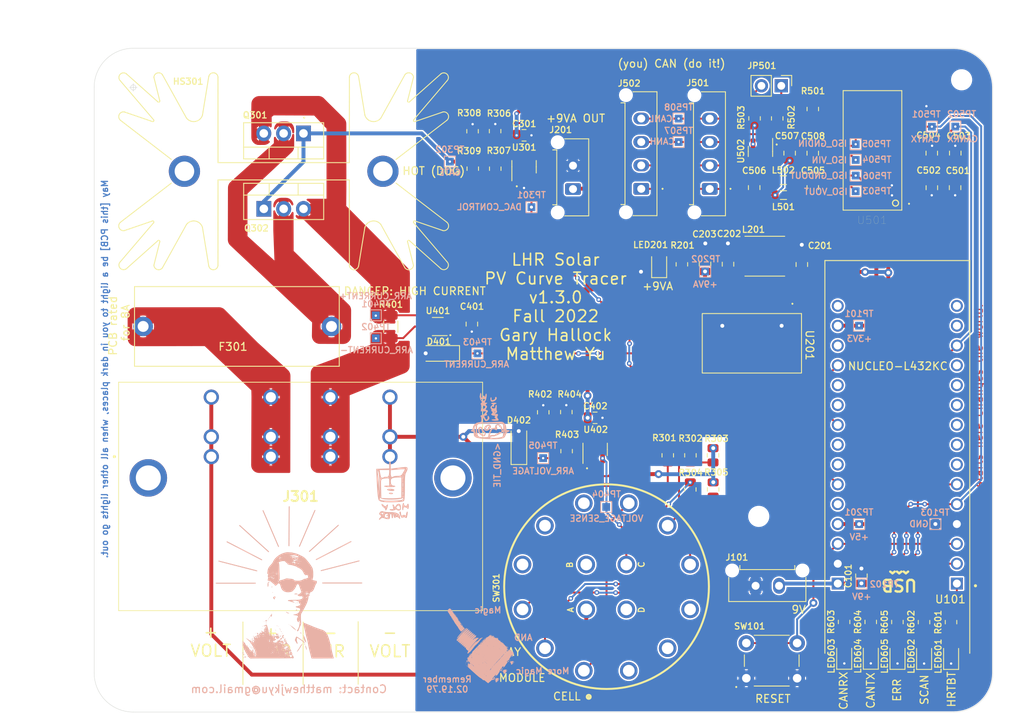
<source format=kicad_pcb>
(kicad_pcb (version 20211014) (generator pcbnew)
  (title_block (title "Curve Tracer") (date "2022-06-05") (rev "1.3.0") (company "Longhorn Racing Solar") (comment 1 "Matthew Yu") (comment 2 "Gary Hallock"))
  (layers (0 "F.Cu" signal) (31 "B.Cu" signal) (34 "B.Paste" user) (35 "F.Paste" user) (36 "B.SilkS" user "B.Silkscreen") (37 "F.SilkS" user "F.Silkscreen") (38 "B.Mask" user) (39 "F.Mask" user) (44 "Edge.Cuts" user))
  (net 0 "")
  (net 1 "GND")
  (net 2 "+3V3")
  (net 3 "+5V")
  (net 4 "Net-(C202-Pad1)")
  (net 5 "+9VA")
  (net 6 "Net-(C505-Pad1)")
  (net 7 "Net-(C505-Pad2)")
  (net 8 "Net-(C506-Pad1)")
  (net 9 "Net-(C506-Pad2)")
  (net 10 "/ARRAY_CURRENT")
  (net 11 "/ARRAY_VOLTAGE")
  (net 12 "Net-(F301-Pad1)")
  (net 13 "Net-(F301-Pad2)")
  (net 14 "Net-(J301-Pad1)")
  (net 15 "/pv_controller/CURRENT_SENSE-")
  (net 16 "Net-(J501-Pad3)")
  (net 17 "Net-(J501-Pad4)")
  (net 18 "Net-(JP501-Pad1)")
  (net 19 "Net-(JP501-Pad2)")
  (net 20 "Net-(LED201-Pad2)")
  (net 21 "Net-(LED601-Pad2)")
  (net 22 "Net-(LED602-Pad2)")
  (net 23 "Net-(LED603-Pad2)")
  (net 24 "Net-(LED604-Pad2)")
  (net 25 "Net-(LED605-Pad2)")
  (net 26 "/pv_controller/GATE")
  (net 27 "/pv_controller/CURRENT_SENSE+")
  (net 28 "Net-(R301-Pad1)")
  (net 29 "Net-(R301-Pad2)")
  (net 30 "Net-(R302-Pad2)")
  (net 31 "Net-(R304-Pad1)")
  (net 32 "Net-(R304-Pad2)")
  (net 33 "Net-(R306-Pad1)")
  (net 34 "Net-(R307-Pad1)")
  (net 35 "Net-(R402-Pad1)")
  (net 36 "Net-(R501-Pad1)")
  (net 37 "/HEARTBEAT")
  (net 38 "/SCANNING")
  (net 39 "/CAN_RX")
  (net 40 "/CAN_TX")
  (net 41 "/ERROR")
  (net 42 "+9V")
  (net 43 "/RESET")
  (net 44 "Net-(SW301-Pad1)")
  (net 45 "/pv_controller/VOLTAGE_SENSE")
  (net 46 "/DAC_CONTROL")
  (footprint "Resistor_SMD:R_0805_2012Metric" (layer "F.Cu") (at 107.821789 76.453354 90)
    (fp_text reference "R303")
    (fp_text value "220")
  )
  (footprint "Inductor_SMD:L_Taiyo-Yuden_NR-50xx" (layer "F.Cu") (at 114.449989 50.952654 180)
    (fp_text reference "L201")
    (fp_text value "6.8uH")
  )
  (footprint "Package_TO_SOT_THT:TO-220-3_Vertical" (layer "F.Cu") (at 55.414989 35.22888 180)
    (fp_text reference "Q301")
    (fp_text value "IPP041N12N3GXK")
  )
  (footprint "Resistor_SMD:R_0805_2012Metric" (layer "F.Cu") (at 113.137489 33.305154 -90)
    (fp_text reference "R503")
    (fp_text value "60.4")
  )
  (footprint "Resistor_SMD:R_0805_2012Metric" (layer "F.Cu") (at 116.037489 33.310154 90)
    (fp_text reference "R502")
    (fp_text value "60.4")
  )
  (footprint "MountingHole:MountingHole_2.2mm_M2" (layer "F.Cu") (at 113.674989 84.272654)
    (fp_text reference "H103" hide)
    (fp_text value "MountingHole")
  )
  (footprint "Inductor_SMD:L_0805_2012Metric" (layer "F.Cu") (at 116.834989 43.127654)
    (fp_text reference "L501")
    (fp_text value "1.8kOhm")
  )
  (footprint "Inductor_SMD:L_0805_2012Metric" (layer "F.Cu") (at 116.819989 41.217654)
    (fp_text reference "L502")
    (fp_text value "1.8kOhm")
  )
  (footprint "Resistor_SMD:R_0805_2012Metric" (layer "F.Cu") (at 120.592489 32.107654 90)
    (fp_text reference "R501")
    (fp_text value "0")
  )
  (footprint "LED_SMD:LED_0805_2012Metric" (layer "F.Cu") (at 138.289989 102.182654 90)
    (fp_text reference "LED601")
    (fp_text value "Heartbeat (Blue)")
  )
  (footprint "Connector_Molex:Molex_Micro-Fit_3.0_43650-0215_1x02_P3.00mm_Vertical" (layer "F.Cu") (at 113.269989 93.162654)
    (fp_text reference "J101")
    (fp_text value "9V Supply")
  )
  (footprint "Footprints:MODULE_NUCLEO-L432KC" (layer "F.Cu") (at 131.404989 76.657654 180)
    (fp_text reference "U101")
    (fp_text value "MCU_Nucleo_L432KC")
  )
  (footprint "Capacitor_SMD:C_0805_2012Metric" (layer "F.Cu") (at 135.817489 37.757654 90)
    (fp_text reference "C504")
    (fp_text value "10nF")
  )
  (footprint "Capacitor_SMD:C_0805_2012Metric" (layer "F.Cu") (at 138.797489 42.177654 -90)
    (fp_text reference "C501")
    (fp_text value "10uF")
  )
  (footprint "Connector_Molex:Molex_Micro-Fit_3.0_43650-0415_1x04_P3.00mm_Vertical" (layer "F.Cu") (at 98.637489 42.327654 90)
    (fp_text reference "J502")
    (fp_text value "CAN_Out")
  )
  (footprint "Resistor_SMD:R_0805_2012Metric" (layer "F.Cu") (at 79.934989 34.937654 90)
    (fp_text reference "R306")
    (fp_text value "1k")
  )
  (footprint "Connector_PinHeader_2.54mm:PinHeader_1x02_P2.54mm_Vertical" (layer "F.Cu") (at 116.557489 29.132654 -90)
    (fp_text reference "JP501")
    (fp_text value "Jumper")
  )
  (footprint "Capacitor_SMD:C_0805_2012Metric" (layer "F.Cu") (at 120.587489 37.762654 90)
    (fp_text reference "C508")
    (fp_text value "10nF")
  )
  (footprint "Package_TO_SOT_THT:TO-220-3_Vertical" (layer "F.Cu") (at 50.339989 44.88888)
    (fp_text reference "Q302")
    (fp_text value "IRF100P218XKMA1")
  )
  (footprint "Capacitor_SMD:C_0805_2012Metric" (layer "F.Cu") (at 135.827489 42.182654 90)
    (fp_text reference "C502")
    (fp_text value "100nF")
  )
  (footprint "Resistor_SMD:R_0805_2012Metric" (layer "F.Cu") (at 103.839989 51.995154 90)
    (fp_text reference "R201")
    (fp_text value "330")
  )
  (footprint "Diode_SMD:D_MiniMELF" (layer "F.Cu") (at 72.834989 63.402654 180)
    (fp_text reference "D401")
    (fp_text value "3.3V Zener")
  )
  (footprint "Capacitor_SMD:C_0805_2012Metric" (layer "F.Cu") (at 113.087489 42.167654 90)
    (fp_text reference "C506")
    (fp_text value "10uF")
  )
  (footprint "Resistor_SMD:R_0805_2012Metric" (layer "F.Cu") (at 89.052489 70.916244 90)
    (fp_text reference "R404")
    (fp_text value "1k")
  )
  (footprint "MountingHole:MountingHole_2.2mm_M2" (layer "F.Cu") (at 33.664989 40.337654)
    (fp_text reference "H101" hide)
    (fp_text value "MountingHole")
  )
  (footprint "Capacitor_SMD:C_0805_2012Metric" (layer "F.Cu") (at 106.799989 51.957654 90)
    (fp_text reference "C203")
    (fp_text value "2.2uF")
  )
  (footprint "Resistor_SMD:R_0805_2012Metric" (layer "F.Cu") (at 77.049989 34.952654 90)
    (fp_text reference "R308")
    (fp_text value "1k")
  )
  (footprint "Package_TO_SOT_SMD:SOT-23" (layer "F.Cu") (at 113.892489 37.542654 -90)
    (fp_text reference "U502")
    (fp_text value "CDSOT23-T24CAN")
  )
  (footprint "Footprints:1720819" (layer "F.Cu") (at 43.619989 76.62388)
    (fp_text reference "J301")
    (fp_text value "1720819" hide)
  )
  (footprint "Resistor_SMD:R_0805_2012Metric" (layer "F.Cu") (at 134.824989 97.812654 90)
    (fp_text reference "R602")
    (fp_text value "330")
  )
  (footprint "Resistor_SMD:R_0805_2012Metric" (layer "F.Cu") (at 131.419989 97.802654 90)
    (fp_text reference "R605")
    (fp_text value "330")
  )
  (footprint "Connector_Molex:Molex_Micro-Fit_3.0_43650-0415_1x04_P3.00mm_Vertical" (layer "F.Cu") (at 107.402489 42.337654 90)
    (fp_text reference "J501")
    (fp_text value "CAN_In")
  )
  (footprint "Heatsink:Heatsink_Fischer_SK129-STS_42x25mm_2xDrill2.5mm" (layer "F.Cu") (at 52.879989 40.07888)
    (fp_text reference "HS301")
    (fp_text value "Heatsink")
  )
  (footprint "Capacitor_SMD:C_0805_2012Metric" (layer "F.Cu") (at 120.587489 42.167654 90)
    (fp_text reference "C505")
    (fp_text value "220nF")
  )
  (footprint "Capacitor_SMD:C_0805_2012Metric" (layer "F.Cu") (at 117.627489 37.757654 -90)
    (fp_text reference "C507")
    (fp_text value "100nF")
  )
  (footprint "Footprints:ADM3055EBRIZ" (layer "F.Cu") (at 128.177489 37.452654 180)
    (fp_text reference "U501")
    (fp_text value "ADM3055E")
  )
  (footprint "LED_SMD:LED_0805_2012Metric" (layer "F.Cu") (at 124.609989 102.160154 90)
    (fp_text reference "LED603")
    (fp_text value "CAN_Rx (Blue)")
  )
  (footprint "Package_TO_SOT_SMD:SOT-23-6" (layer "F.Cu") (at 92.737489 75.696244 90)
    (fp_text reference "U402")
    (fp_text value "OPA990")
  )
  (footprint "Resistor_SMD:R_0805_2012Metric" (layer "F.Cu") (at 104.931789 76.453354 -90)
    (fp_text reference "R302")
    (fp_text value "1.5k")
  )
  (footprint "Capacitor_SMD:C_0805_2012Metric" (layer "F.Cu") (at 109.739989 51.977654 90)
    (fp_text reference "C202")
    (fp_text value "4.7uF")
  )
  (footprint "LED_SMD:LED_0805_2012Metric" (layer "F.Cu") (at 134.834989 102.182654 90)
    (fp_text reference "LED602")
    (fp_text value "Scanning (Blue)")
  )
  (footprint "Diode_SMD:D_MiniMELF" (layer "F.Cu") (at 82.982489 75.078744 90)
    (fp_text reference "D402")
    (fp_text value "3.3V Zener")
  )
  (footprint "Capacitor_SMD:C_0805_2012Metric" (layer "F.Cu") (at 138.822489 37.752654 -90)
    (fp_text reference "C503")
    (fp_text value "100nF")
  )
  (footprint "Resistor_SMD:R_0805_2012Metric" (layer "F.Cu") (at 86.094989 70.943744 90)
    (fp_text reference "R402")
    (fp_text value "1k")
  )
  (footprint "Capacitor_SMD:C_0805_2012Metric" (layer "F.Cu") (at 83.639989 35.475154 180)
    (fp_text reference "C301")
    (fp_text value "100nF")
  )
  (footprint "Package_TO_SOT_SMD:SOT-363_SC-70-6_Handsoldering" (layer "F.Cu") (at 72.599989 59.962654 180)
    (fp_text reference "U401")
    (fp_text value "INA210")
  )
  (footprint "Resistor_SMD:R_0805_2012Metric" (layer "F.Cu") (at 128.004989 97.790154 90)
    (fp_text reference "R604")
    (fp_text value "330")
  )
  (footprint "Resistor_SMD:R_0805_2012Metric" (layer "F.Cu") (at 102.031789 76.453354 90)
    (fp_text reference "R301")
    (fp_text value "6.8k")
  )
  (footprint "Package_TO_SOT_SMD:SOT-23-6" (layer "F.Cu") (at 83.639989 39.500154 90)
    (fp_text reference "U301")
    (fp_text value "OPA990")
  )
  (footprint "Resistor_SMD:R_0805_2012Metric" (layer "F.Cu") (at 77.079989 39.742654 90)
    (fp_text reference "R309")
    (fp_text value "1k")
  )
  (footprint "Footprints:05200101Z_Fuze_Holder_5x20_PCB_Mount" (layer "F.Cu") (at 59.994989 65.04888 180)
    (fp_text reference "F301")
    (fp_text value "Fuse")
  )
  (footprint "Resistor_SMD:R_1206_3216Metric" (layer "F.Cu") (at 66.584989 59.98388 90)
    (fp_text reference "R401")
    (fp_text value "2m")
  )
  (footprint "LED_SMD:LED_0805_2012Metric" (layer "F.Cu") (at 131.429989 102.172654 90)
    (fp_text reference "LED605")
    (fp_text value "Error (Amber)")
  )
  (footprint "Resistor_SMD:R_0805_2012Metric" (layer "F.Cu") (at 124.594989 97.790154 90)
    (fp_text reference "R603")
    (fp_text value "330")
  )
  (footprint "Capacitor_SMD:C_0805_2012Metric" (layer "F.Cu") (at 92.727489 71.648744 180)
    (fp_text reference "C402")
    (fp_text value "100nF")
  )
  (footprint "MountingHole:MountingHole_2.2mm_M2" (layer "F.Cu") (at 139.634989 28.362654)
    (fp_text reference "H102" hide)
    (fp_text value "MountingHole")
  )
  (footprint "LED_SMD:LED_0805_2012Metric" (layer "F.Cu") (at 100.929989 52.010154 90)
    (fp_text reference "LED201")
    (fp_text value "9V (Green)")
  )
  (footprint "Resistor_SMD:R_0805_2012Metric" (layer "F.Cu") (at 79.954989 39.747654 90)
    (fp_text reference "R307")
    (fp_text value "1k")
  )
  (footprint "Resistor_SMD:R_0805_2012Metric" (layer "F.Cu") (at 104.916789 80.825854 -90)
    (fp_text reference "R304")
    (fp_text value "100k")
  )
  (footprint "Resistor_SMD:R_0805_2012Metric" (layer "F.Cu") (at 89.084989 75.918744 90)
    (fp_text reference "R403")
    (fp_text value "1k")
  )
  (footprint "Connector_Molex:Molex_Micro-Fit_3.0_43650-0215_1x02_P3.00mm_Vertical" (layer "F.Cu") (at 89.905 42.355 90)
    (fp_text reference "J201")
    (fp_text value "9VA Supply")
  )
  (footprint "Capacitor_SMD:C_0805_2012Metric" (layer "F.Cu") (at 126.814989 91.897654 90)
    (fp_text reference "C101")
    (fp_text value "100nF")
  )
  (footprint "Capacitor_SMD:C_0805_2012Metric" (layer "F.Cu") (at 119.189989 52.017654 90)
    (fp_text reference "C201")
    (fp_text value "4.7uF")
  )
  (footprint "Footprints:A20303RNCG_rotary_sw_dp3t" (layer "F.Cu") (at 94.166789 93.310854 -90)
    (fp_text reference "SW301")
    (fp_text value "A20303RNCG")
  )
  (footprint "Resistor_SMD:R_0805_2012Metric" (layer "F.Cu") (at 138.279989 97.812654 90)
    (fp_text reference "R601")
    (fp_text value "330")
  )
  (footprint "Footprints:IES01_PDS1" (layer "F.Cu") (at 119.144989 58.297654 -90)
    (fp_text reference "U201")
    (fp_text value "IES01_PDS1")
  )
  (footprint "Resistor_SMD:R_0805_2012Metric" (layer "F.Cu") (at 107.836789 80.825854 90)
    (fp_text reference "R305")
    (fp_text value "1k")
  )
  (footprint "Button_Switch_THT:SW_PUSH_6mm" (layer "F.Cu") (at 118.584989 104.997654 180)
    (fp_text reference "SW101")
    (fp_text value "SW_Push")
  )
  (footprint "LED_SMD:LED_0805_2012Metric" (layer "F.Cu") (at 128.014989 102.160154 90)
    (fp_text reference "LED604")
    (fp_text value "CAN_Tx (Blue)")
  )
  (footprint "Capacitor_SMD:C_0805_2012Metric" (layer "F.Cu") (at 76.964989 59.647654 90)
    (fp_text reference "C401")
    (fp_text value "100nF")
  )
  (footprint "TestPoint:TestPoint_Pad_1.0x1.0mm" (layer "B.Cu") (at 74.144989 38.842654)
    (fp_text reference "TP302")
    (fp_text value "Gate Voltage")
  )
  (footprint "LOGO" (layer "B.Cu") (at 66.885297 81.034742 180)
    (fp_text reference "G***" hide)
    (fp_text value "LOGO" hide)
  )
  (footprint "TestPoint:TestPoint_Pad_1.0x1.0mm" (layer "B.Cu") (at 126.082489 36.617654 180)
    (fp_text reference "TP505")
    (fp_text value "CAN_ISO_GndIn")
  )
  (footprint "TestPoint:TestPoint_Pad_1.0x1.0mm" (layer "B.Cu") (at 138.827489 34.357654)
    (fp_text reference "TP502")
    (fp_text value "CAN_RX")
  )
  (footprint "TestPoint:TestPoint_Pad_1.0x1.0mm" (layer "B.Cu") (at 126.514989 59.847654)
    (fp_text reference "TP101")
    (fp_text value "3V3")
  )
  (footprint "TestPoint:TestPoint_Pad_1.0x1.0mm" (layer "B.Cu") (at 126.077489 42.632654 180)
    (fp_text reference "TP503")
    (fp_text value "CAN_ISO_Vout")
  )
  (footprint "TestPoint:TestPoint_Pad_1.0x1.0mm" (layer "B.Cu") (at 135.827489 34.367654)
    (fp_text reference "TP501")
    (fp_text value "CAN_TX")
  )
  (footprint "TestPoint:TestPoint_Pad_1.0x1.0mm" (layer "B.Cu") (at 126.082489 40.627654 180)
    (fp_text reference "TP506")
    (fp_text value "CAN_ISO_GndOut")
  )
  (footprint "UTSVT_Special:Hallock_Image_Tiny" (layer "B.Cu") (at 53.927068 95.489857 180)
    (fp_text reference "G***" hide)
    (fp_text value "LOGO" hide)
  )
  (footprint "TestPoint:TestPoint_Pad_1.0x1.0mm" (layer "B.Cu") (at 136.279989 85.252654)
    (fp_text reference "TP103")
    (fp_text value "GND")
  )
  (footprint "TestPoint:TestPoint_Pad_1.0x1.0mm" (layer "B.Cu") (at 106.819989 52.922654 180)
    (fp_text reference "TP202")
    (fp_text value "9VA")
  )
  (footprint "TestPoint:TestPoint_Pad_1.0x1.0mm" (layer "B.Cu") (at 64.669989 61.45388 180)
    (fp_text reference "TP402")
    (fp_text value "Pre Array Current -")
  )
  (footprint "TestPoint:TestPoint_Pad_1.0x1.0mm" (layer "B.Cu") (at 126.519989 85.262654)
    (fp_text reference "TP201")
    (fp_text value "5V")
  )
  (footprint "TestPoint:TestPoint_Pad_1.0x1.0mm" (layer "B.Cu") (at 126.082489 38.622654 180)
    (fp_text reference "TP504")
    (fp_text value "CAN_ISO_Vin")
  )
  (footprint "TestPoint:TestPoint_Pad_1.0x1.0mm" (layer "B.Cu") (at 103.427489 36.332654 180)
    (fp_text reference "TP507")
    (fp_text value "CAN_H")
  )
  (footprint "TestPoint:TestPoint_Pad_1.0x1.0mm" (layer "B.Cu") (at 86.082489 76.813744)
    (fp_text reference "TP405")
    (fp_text value "Array Voltage")
  )
  (footprint "TestPoint:TestPoint_Pad_1.0x1.0mm" (layer "B.Cu") (at 94.154989 83.067654)
    (fp_text reference "TP404")
    (fp_text value "Pre Array Voltage")
  )
  (footprint "TestPoint:TestPoint_Pad_1.0x1.0mm" (layer "B.Cu") (at 126.824989 92.872654)
    (fp_text reference "TP102")
    (fp_text value "9V")
  )
  (footprint "TestPoint:TestPoint_Pad_1.0x1.0mm" (layer "B.Cu") (at 64.674989 58.52888 180)
    (fp_text reference "TP401")
    (fp_text value "Pre Array Current +")
  )
  (footprint "TestPoint:TestPoint_Pad_1.0x1.0mm" (layer "B.Cu") (at 103.422489 33.332654 180)
    (fp_text reference "TP508")
    (fp_text value "CAN_L")
  )
  (footprint "TestPoint:TestPoint_Pad_1.0x1.0mm" (layer "B.Cu") (at 84.585 44.67)
    (fp_text reference "TP301")
    (fp_text value "Pre Gate Voltage")
  )
  (footprint "LOGO" (layer "B.Cu") (at 78.240821 100.840001 180)
    (fp_text reference "G***" hide)
    (fp_text value "LOGO" hide)
  )
  (footprint "LOGO" (layer "B.Cu") (at 79.33 71.565 90)
    (fp_text reference "G***" hide)
    (fp_text value "LOGO" hide)
  )
  (footprint "TestPoint:TestPoint_Pad_1.0x1.0mm" (layer "B.Cu") (at 77.674989 63.402654 180)
    (fp_text reference "TP403")
    (fp_text value "Array Current")
  )
  (gr_line (start 57.050001 89.8) (end 61.490001 87.5) (layer "B.SilkS") (width 0.12))
  (gr_line (start 45.630001 87.53) (end 50.070001 89.83) (layer "B.SilkS") (width 0.12))
  (gr_line (start 53.555001 88.04) (end 53.590001 83.03) (layer "B.SilkS") (width 0.12))
  (gr_line (start 50.240001 83.5375) (end 52.220001 88.1325) (layer "B.SilkS") (width 0.12))
  (gr_line (start 56.172501 88.7625) (end 59.877501 85.4075) (layer "B.SilkS") (width 0.12))
  (gr_line (start 57.865001 92.8) (end 62.880001 92.8) (layer "B.SilkS") (width 0.12))
  (gr_line (start 57.677501 91.2175) (end 62.532501 89.9725) (layer "B.SilkS") (width 0.12))
  (gr_line (start 44.240001 92.83) (end 49.255001 92.83) (layer "B.SilkS") (width 0.12))
  (gr_line (start 54.900001 88.1025) (end 56.880001 83.5075) (layer "B.SilkS") (width 0.12))
  (gr_line (start 44.587501 90.0025) (end 49.442501 91.2475) (layer "B.SilkS") (width 0.12))
  (gr_line (start 47.242501 85.4375) (end 50.947501 88.7925) (layer "B.SilkS") (width 0.12))
  (gr_line (start 47.664989 97.792654) (end 47.664989 105.802654) (layer "F.SilkS") (width 0.12))
  (gr_line (start 62.414989 97.762654) (end 62.414989 105.772654) (layer "F.SilkS") (width 0.12))
  (gr_line (start 55.369989 97.792654) (end 55.369989 105.802654) (layer "F.SilkS") (width 0.12))
  (gr_arc (start 138.629989 24.327654) (mid 142.165523 25.79212) (end 143.629989 29.327654) (layer "Edge.Cuts") (width 0.05))
  (gr_line (start 33.629989 109.327654) (end 138.629989 109.327654) (layer "Edge.Cuts") (width 0.05))
  (gr_arc (start 28.629989 29.327654) (mid 30.094455 25.79212) (end 33.629989 24.327654) (layer "Edge.Cuts") (width 0.05))
  (gr_line (start 33.629989 24.327654) (end 138.629989 24.327654) (layer "Edge.Cuts") (width 0.05))
  (gr_arc (start 33.629989 109.327654) (mid 30.094455 107.863188) (end 28.629989 104.327654) (layer "Edge.Cuts") (width 0.05))
  (gr_line (start 28.629989 29.327654) (end 28.629989 104.327654) (layer "Edge.Cuts") (width 0.05))
  (gr_line (start 143.629989 29.327654) (end 143.629989 104.327654) (layer "Edge.Cuts") (width 0.05))
  (gr_arc (start 143.629989 104.327654) (mid 142.165523 107.863188) (end 138.629989 109.327654) (layer "Edge.Cuts") (width 0.05))
  (gr_text "Made with :love: in Austin, TX." (at 141.884989 94.547654 90) (layer "F.Cu") (effects (font (size 0.8 0.8))))
  (gr_text "What starts here changes the world." (at 141.814989 70.957654 90) (layer "F.Cu") (effects (font (size 1 1))))
  (gr_text "May [this PCB] be a light to you in dark places, when all other lights go out." (at 29.979989 65.392654 -270) (layer "B.Cu") (effects (font (size 0.8 0.8)) (justify mirror)))
  (gr_text "More Magic" (at 86 104.065) (layer "B.SilkS") (effects (font (size 0.8 0.8)) (justify mirror)))
  (gr_text "ISO_VIN" (at 122.709989 38.647654) (layer "B.SilkS") (effects (font (size 0.8 0.8)) (justify mirror)))
  (gr_text "+9V" (at 126.854989 94.547654) (layer "B.SilkS") (effects (font (size 0.8 0.8)) (justify mirror)))
  (gr_text "DAC_CONTROL" (at 79.21 44.65) (layer "B.SilkS") (effects (font (size 0.8 0.8)) (justify mirror)))
  (gr_text "ISO_GNDIN" (at 121.839989 36.522654) (layer "B.SilkS") (effects (font (size 0.8 0.8)) (justify mirror)))
  (gr_text "CANTX" (at 134.999989 35.962654) (layer "B.SilkS") (effects (font (size 0.8 0.8)) (justify mirror)))
  (gr_text "GATE" (at 74.149989 40.222654) (layer "B.SilkS") (effects (font (size 0.8 0.8)) (justify mirror)))
  (gr_text "GND" (at 134.175 85.24) (layer "B.SilkS") (effects (font (size 0.8 0.8)) (justify mirror)))
  (gr_text "CANL" (at 101.139989 33.357654) (layer "B.SilkS") (effects (font (size 0.8 0.8)) (justify mirror)))
  (gr_text "ARR_CURRENT" (at 77.564989 64.792654) (layer "B.SilkS") (effects (font (size 0.8 0.8)) (justify mirror)))
  (gr_text "VOLTAGE_SENSE" (at 94.194989 84.537654) (layer "B.SilkS") (effects (font (size 0.8 0.8)) (justify mirror)))
  (gr_text "Contact: matthewjkyu@gmail.com" (at 53.544989 106.387654) (layer "B.SilkS") (effects (font (size 1 1)) (justify mirror)))
  (gr_text "ISO_GNDOUT" (at 121.359989 40.627654) (layer "B.SilkS") (effects (font (size 0.8 0.8)) (justify mirror)))
  (gr_text "+9VA" (at 106.834989 54.552654) (layer "B.SilkS") (effects (font (size 0.8 0.8)) (justify mirror)))
  (gr_text "CANH" (at 101.324989 36.262654) (layer "B.SilkS") (effects (font (size 0.8 0.8)) (justify mirror)))
  (gr_text "Magic" (at 79.005 96.275) (layer "B.SilkS") (effects (font (size 0.8 0.8)) (justify mirror)))
  (gr_text "CANRX" (at 139.78 35.94) (layer "B.SilkS") (effects (font (size 0.8 0.8)) (justify mirror)))
  (gr_text "<GND_TIE" (at 80.209989 77.722654 90) (layer "B.SilkS") (effects (font (size 0.8 0.8)) (justify mirror)))
  (gr_text "ARR_CURRENT+" (at 64.629989 56.052654) (layer "B.SilkS") (effects (font (size 0.8 0.8)) (justify mirror)))
  (gr_text "+3V3" (at 126.549989 61.512654) (layer "B.SilkS") (effects (font (size 0.8 0.8)) (justify mirror)))
  (gr_text "ISO_VOUT" (at 122.254989 42.687654) (layer "B.SilkS") (effects (font (size 0.8 0.8)) (justify mirror)))
  (gr_text "Remember\n02.19.79" (at 73.82 105.77) (layer "B.SilkS") (effects (font (size 0.8 0.8)) (justify mirror)))
  (gr_text "ARR_CURRENT-" (at 64.759989 62.967654) (layer "B.SilkS") (effects (font (size 0.8 0.8)) (justify mirror)))
  (gr_text "AND" (at 83.545 99.795) (layer "B.SilkS") (effects (font (size 0.8 0.8)) (justify mirror)))
  (gr_text "+5V" (at 126.534989 86.907654) (layer "B.SilkS") (effects (font (size 0.8 0.8)) (justify mirror)))
  (gr_text "ARR_VOLTAGE" (at 86.079989 78.462654) (layer "B.SilkS") (effects (font (size 0.8 0.8)) (justify mirror)))
  (gr_text "LHR Solar\nPV Curve Tracer\nv1.3.0\nFall 2022\nGary Hallock\nMatthew Yu" (at 87.679989 57.432654) (layer "F.SilkS") (effects (font (size 1.5 1.5) (thickness 0.2))))
  (gr_text "ARRAY" (at 80.969989 101.632654) (layer "F.SilkS") (effects (font (size 1 1))))
  (gr_text "NUCLEO-L432KC" (at 131.469989 65.032654) (layer "F.SilkS") (effects (font (size 1 1))))
  (gr_text "." (at 91.699989 77.712654) (layer "F.SilkS") (effects (font (size 1 1))))
  (gr_text "." (at 110.794989 105.707654) (layer "F.SilkS") (effects (font (size 1 1))))
  (gr_text "." (at 82.709989 41.592654) (layer "F.SilkS") (effects (font (size 1 1))))
  (gr_text "HOT (DOG)" (at 72.079989 40.037654) (layer "F.SilkS") (effects (font (size 1 1))))
  (gr_text "HRTBT" (at 138.339989 106.417654 90) (layer "F.SilkS") (effects (font (size 1 1))))
  (gr_text "-\nVOLT" (at 66.474989 100.327654) (layer "F.SilkS") (effects (font (size 1.5 1.5) (thickness 0.2))))
  (gr_text "." (at 74.614989 61.067654 270) (layer "F.SilkS") (effects (font (size 1 1))))
  (gr_text "+\nVOLT" (at 43.554989 100.267654) (layer "F.SilkS") (effects (font (size 1.5 1.5) (thickness 0.2))))
  (gr_text "+9VA" (at 100.749989 54.802654) (layer "F.SilkS") (effects (font (size 1 1))))
  (gr_text "." (at 91.914989 106.992654) (layer "F.SilkS") (effects (font (size 1 1))))
  (gr_text "PCB rated \nfor 8A" (at 31.839989 59.482654 90) (layer "F.SilkS") (effects (font (size 1 1))))
  (gr_text "CELL" (at 89.119989 107.322654) (layer "F.SilkS") (effects (font (size 1 1))))
  (gr_text "." (at 50.064989 46.717654) (layer "F.SilkS") (effects (font (size 1 1))))
  (gr_text "SCAN" (at 134.869989 106.472654 90) (layer "F.SilkS") (effects (font (size 1 1))))
  (gr_text "ERR" (at 131.369989 106.522654 90) (layer "F.SilkS") (effects (font (size 1 1))))
  (gr_text "RESET" (at 115.484989 107.627654) (layer "F.SilkS") (effects (font (size 1 1))))
  (gr_text "9V" (at 118.779989 96.207654) (layer "F.SilkS") (effects (font (size 1 1))))
  (gr_text "+9VA OUT" (at 90.245 33.305) (layer "F.SilkS") (effects (font (size 1 1))))
  (gr_text "." (at 115.969989 36.247654) (layer "F.SilkS") (effects (font (size 1 1))))
  (gr_text "." (at 132.904989 43.827654) (layer "F.SilkS") (effects (font (size 1 1))))
  (gr_text "MODULE" (at 83.399989 104.952654) (layer "F.SilkS") (effects (font (size 1 1))))
  (gr_text "." (at 55.499989 32.802654) (layer "F.SilkS") (effects (font (size 1 1))))
  (gr_text "CANTX" (at 127.999989 106.572654 90) (layer "F.SilkS") (effects (font (size 1 1))))
  (gr_text "." (at 110.054989 41.912654) (layer "F.SilkS") (effects (font (size 1 1))))
  (gr_text "." (at 117.979989 56.632654) (layer "F.SilkS") (effects (font (size 1 1))))
  (gr_text "CANRX" (at 124.529989 106.597654 90) (layer "F.SilkS") (effects (font (size 1 1))))
  (gr_text "DANGER: HIGH CURRENT" (at 69.659989 55.422654) (layer "F.SilkS") (effects (font (size 1 1))))
  (gr_text "." (at 101.364989 41.912654) (layer "F.SilkS") (effects (font (size 1 1))))
  (gr_text "(you) CAN (do it!)" (at 102.519989 26.292654) (layer "F.SilkS") (effects (font (size 1 1))))
  (gr_text "USB\n^^^" (at 131.644989 91.872654 180) (layer "F.SilkS") (effects (font (size 1.5 1.5) (thickness 0.3))))
  (gr_text "+     -\nCUR  CUR" (at 55.044989 100.347654) (layer "F.SilkS") (effects (font (size 1.5 1.5) (thickness 0.2))))
  (target plus (at 33.634989 29.342654) (size 1) (width 0.05) (layer "Edge.Cuts"))
  (segment (start 92.737489 74.558744) (end 92.737489 72.588744) (width 0.25) (layer "F.Cu") (net 1))
  (segment (start 106.799989 51.007654) (end 106.799989 49.352654) (width 0.5) (layer "F.Cu") (net 1))
  (segment (start 116.604989 57.027654) (end 116.604989 59.857654) (width 0.5) (layer "F.Cu") (net 1))
  (segment (start 66.479989 76.62388) (end 66.479989 69.00388) (width 0.5) (layer "F.Cu") (net 1))
  (segment (start 132.902489 41.897654) (end 130.722489 41.897654) (width 0.5) (layer "F.Cu") (net 1))
  (segment (start 126.199989 90.332654) (end 126.814989 90.947654) (width 0.5) (layer "F.Cu") (net 1))
  (segment (start 100.929989 52.947654) (end 98.609989 52.947654) (width 0.5) (layer "F.Cu") (net 1))
  (segment (start 139.024989 85.252654) (end 136.279989 85.252654) (width 0.5) (layer "F.Cu") (net 1))
  (segment (start 106.799989 49.352654) (end 106.834989 49.317654) (width 0.5) (layer "F.Cu") (net 1))
  (segment (start 109.739989 49.322654) (end 109.729989 49.312654) (width 0.5) (layer "F.Cu") (net 1))
  (segment (start 132.902489 43.167654) (end 135.792489 43.167654) (width 0.5) (layer "F.Cu") (net 1))
  (segment (start 83.639989 40.637654) (end 83.639989 42.212654) (width 0.25) (layer "F.Cu") (net 1))
  (segment (start 100.854989 78.857654) (end 99.599989 78.857654) (width 0.5) (layer "F.Cu") (net 1))
  (segment (start 135.122489 31.737654) (end 135.127489 31.742654) (width 0.5) (layer "F.Cu") (net 1))
  (segment (start 119.189989 49.502654) (end 119.179989 49.492654) (width 0.5) (layer "F.Cu") (net 1))
  (segment (start 108.984989 59.844989) (end 109.01 59.87) (width 0.5) (layer "F.Cu") (net 1))
  (segment (start 73.929989 59.962654) (end 76.303763 59.962654) (width 0.25) (layer "F.Cu") (net 1))
  (segment (start 132.902489 43.167654) (end 130.727489 43.167654) (width 0.5) (layer "F.Cu") (net 1))
  (segment (start 119.189989 51.067654) (end 119.189989 49.502654) (width 0.5) (layer "F.Cu") (net 1))
  (segment (start 82.029989 80.247654) (end 81.869989 80.087654) (width 0.5) (layer "F.Cu") (net 1))
  (segment (start 83.639989 36.425154) (end 84.589989 35.475154) (width 0.25) (layer "F.Cu") (net 1))
  (segment (start 83.639989 42.212654) (end 83.634989 42.217654) (width 0.25) (layer "F.Cu") (net 1))
  (segment (start 81.869989 80.087654) (end 75.866215 74.08388) (width 0.5) (layer "F.Cu") (net 1))
  (segment (start 76.303763 59.962654) (end 76.953763 60.612654) (width 0.25) (layer "F.Cu") (net 1))
  (segment (start 98.209989 80.247654) (end 82.029989 80.247654) (width 0.5) (layer "F.Cu") (net 1))
  (segment (start 132.902489 31.737654) (end 135.122489 31.737654) (width 0.5) (layer "F.Cu") (net 1))
  (segment (start 123.784989 90.332654) (end 126.199989 90.332654) (width 0.5) (layer "F.Cu") (net 1))
  (segment (start 130.722489 41.897654) (end 130.707489 41.882654) (width 0.5) (layer "F.Cu") (net 1))
  (segment (start 92.737489 72.588744) (end 93.677489 71.648744) (width 0.25) (layer "F.Cu") (net 1))
  (segment (start 108.984989 57.027654) (end 108.984989 59.844989) (width 0.5) (layer "F.Cu") (net 1))
  (segment (start 83.639989 38.362654) (end 83.639989 36.425154) (width 0.25) (layer "F.Cu") (net 1))
  (segment (start 130.727489 43.167654) (end 130.722489 43.162654) (width 0.5) (layer "F.Cu") (net 1))
  (segment (start 109.739989 51.027654) (end 109.739989 49.322654) (width 0.5) (layer "F.Cu") (net 1))
  (segment (start 75.866215 74.08388) (end 66.479989 74.08388) (width 0.5) (layer "F.Cu") (net 1))
  (segment (start 132.902489 41.897654) (end 132.902489 43.167654) (width 0.5) (layer "F.Cu") (net 1))
  (segment (start 116.604989 59.857654) (end 116.599989 59.862654) (width 0.5) (layer "F.Cu") (net 1))
  (segment (start 92.737489 76.833744) (end 92.737489 74.558744) (width 0.25) (layer "F.Cu") (net 1))
  (segment (start 83.639989 40.637654) (end 83.639989 38.362654) (width 0.25) (layer "F.Cu") (net 1))
  (segment (start 98.609989 52.947654) (end 98.604989 52.942654) (width 0.5) (layer "F.Cu") (net 1))
  (segment (start 73.929989 60.612654) (end 76.953763 60.612654) (width 0.25) (layer "F.Cu") (net 1))
  (segment (start 99.599989 78.857654) (end 98.209989 80.247654) (width 0.5) (layer "F.Cu") (net 1))
  (via (at 134.834989 103.120154) (size 0.6) (drill 0.3) (layers "F.Cu" "B.Cu") (net 1))
  (via (at 124.624989 103.102654) (size 0.6) (drill 0.3) (layers "F.Cu" "B.Cu") (net 1))
  (via (at 109.729989 49.312654) (size 1) (drill 0.5) (layers "F.Cu" "B.Cu") (net 1))
  (via (at 83.634989 42.217654) (size 0.6) (drill 0.3) (layers "F.Cu" "B.Cu") (net 1))
  (via (at 116.599989 59.862654) (size 1) (drill 0.5) (layers "F.Cu" "B.Cu") (net 1))
  (via (at 77.059989 34.045154) (size 0.6) (drill 0.3) (layers "F.Cu" "B.Cu") (net 1))
  (via (at 138.822489 36.812654) (size 0.6) (drill 0.3) (layers "F.Cu" "B.Cu") (net 1))
  (via (at 126.814989 90.947654) (size 1) (drill 0.5) (layers "F.Cu" "B.Cu") (net 1))
  (via (at 75.866215 74.08388) (size 1) (drill 0.5) (layers "F.Cu" "B.Cu") (net 1))
  (via (at 136.279989 85.252654) (size 1) (drill 0.5) (layers "F.Cu" "B.Cu") (net 1))
  (via (at 107.859989 79.897654) (size 1) (drill 0.5) (layers "F.Cu" "B.Cu") (net 1))
  (via (at 86.097489 70.038744) (size 0.6) (drill 0.3) (layers "F.Cu" "B.Cu") (net 1))
  (via (at 71.049989 63.38888) (size 1) (drill 0.5) (layers "F.Cu" "B.Cu") (net 1))
  (via (at 82.962489 73.348744) (size 1) (drill 0.5) (layers "F.Cu" "B.Cu") (net 1))
  (via (at 79.959989 34.030154) (size 0.6) (drill 0.3) (layers "F.Cu" "B.Cu") (net 1))
  (via (at 100.854989 78.857654) (size 1) (drill 0.5) (layers "F.Cu" "B.Cu") (net 1))
  (via (at 138.289989 103.120154) (size 0.6) (drill 0.3) (layers "F.Cu" "B.Cu") (net 1))
  (via (at 119.179989 49.492654) (size 1) (drill 0.5) (layers "F.Cu" "B.Cu") (net 1))
  (via (at 84.589989 35.475154) (size 0.6) (drill 0.3) (layers "F.Cu" "B.Cu") (net 1))
  (via (at 135.127489 31.742654) (size 0.6) (drill 0.3) (layers "F.Cu" "B.Cu") (net 1))
  (via (at 93.677489 71.648744) (size 0.6) (drill 0.3) (layers "F.Cu" "B.Cu") (net 1))
  (via (at 128.014989 103.097654) (size 0.6) (drill 0.3) (layers "F.Cu" "B.Cu") (net 1))
  (via (at 130.722489 43.162654) (size 0.6) (drill 0.3) (layers "F.Cu" "B.Cu") (net 1))
  (via (at 130.707489 41.882654) (size 0.6) (drill 0.3) (layers "F.Cu" "B.Cu") (net 1))
  (via (at 138.807489 43.152654) (size 0.6) (drill 0.3) (layers "F.Cu" "B.Cu") (net 1))
  (via (at 131.429989 103.110154) (size 0.6) (drill 0.3) (layers "F.Cu" "B.Cu") (net 1))
  (via (at 98.604989 52.942654) (size 1) (drill 0.5) (layers "F.Cu" "B.Cu") (net 1))
  (via (at 76.953763 60.612654) (size 0.6) (drill 0.3) (layers "F.Cu" "B.Cu") (net 1))
  (via (at 89.047489 70.028744) (size 0.6) (drill 0.3) (layers "F.Cu" "B.Cu") (net 1))
  (via (at 135.852489 36.812654) (size 0.6) (drill 0.3) (layers "F.Cu" "B.Cu") (net 1))
  (via (at 135.812489 43.152654) (size 0.6) (drill 0.3) (layers "F.Cu" "B.Cu") (net 1))
  (via (at 109.01 59.87) (size 1) (drill 0.5) (layers "F.Cu" "B.Cu") (net 1))
  (via (at 106.834989 49.317654) (size 1) (drill 0.5) (layers "F.Cu" "B.Cu") (net 1))
  (via (at 107.849989 75.532654) (size 1) (drill 0.5) (layers "F.Cu" "B.Cu") (net 1))
  (segment (start 76.601351 73.348744) (end 75.866215 74.08388) (width 0.5) (layer "B.Cu") (net 1))
  (segment (start 82.962489 73.348744) (end 76.601351 73.348744) (width 0.5) (layer "B.Cu") (net 1))
  (segment (start 107.849989 79.887654) (end 107.859989 79.897654) (width 0.5) (layer "B.Cu") (net 1))
  (segment (start 128.022489 103.090154) (end 128.014989 103.097654) (width 0.25) (layer "B.Cu") (net 1))
  (segment (start 107.849989 75.532654) (end 107.849989 78.872654) (width 0.5) (layer "B.Cu") (net 1))
  (segment (start 107.849989 78.872654) (end 107.849989 79.887654) (width 0.5) (layer "B.Cu") (net 1))
  (segment (start 107.849989 78.872654) (end 100.869989 78.872654) (width 0.5) (layer "B.Cu") (net 1))
  (segment (start 100.869989 78.872654) (end 100.854989 78.857654) (width 0.5) (layer "B.Cu") (net 1))
  (segment (start 132.902489 39.357654) (end 135.167489 39.357654) (width 0.5) (layer "F.Cu") (net 2))
  (segment (start 128.722489 40.975154) (end 130.339989 39.357654) (width 0.5) (layer "F.Cu") (net 2))
  (segment (start 126.509989 59.852654) (end 126.514989 59.847654) (width 0.5) (layer "F.Cu") (net 2))
  (segment (start 135.167489 39.357654) (end 135.822489 38.702654) (width 0.5) (layer "F.Cu") (net 2))
  (segment (start 128.722489 59.847654) (end 128.722489 40.975154) (width 0.5) (layer "F.Cu") (net 2))
  (segment (start 123.784989 59.852654) (end 126.509989 59.852654) (width 0.5) (layer "F.Cu") (net 2))
  (segment (start 130.339989 39.357654) (end 132.902489 39.357654) (width 0.5) (layer "F.Cu") (net 2))
  (segment (start 135.822489 38.702654) (end 138.822489 38.702654) (width 0.5) (layer "F.Cu") (net 2))
  (segment (start 126.514989 59.847654) (end 128.722489 59.847654) (width 0.5) (layer "F.Cu") (net 2))
  (via (at 126.514989 59.847654) (size 0.6) (drill 0.3) (layers "F.Cu" "B.Cu") (net 2))
  (segment (start 129.284989 85.262654) (end 126.519989 85.262654) (width 0.5) (layer "F.Cu") (net 3))
  (segment (start 130.254989 45.637654) (end 129.699989 45.082654) (width 0.5) (layer "F.Cu") (net 3))
  (segment (start 119.189989 52.967654) (end 127.274989 52.967654) (width 0.5) (layer "F.Cu") (net 3))
  (segment (start 129.699989 45.082654) (end 129.699989 41.522654) (width 0.5) (layer "F.Cu") (net 3))
  (segment (start 135.222489 40.627654) (end 135.827489 41.232654) (width 0.5) (layer "F.Cu") (net 3))
  (segment (start 132.902489 40.627654) (end 135.222489 40.627654) (width 0.5) (layer "F.Cu") (net 3))
  (segment (start 130.594989 40.627654) (end 132.902489 40.627654) (width 0.5) (layer "F.Cu") (net 3))
  (segment (start 123.784989 85.252654) (end 126.509989 85.252654) (width 0.5) (layer "F.Cu") (net 3))
  (segment (start 119.189989 52.967654) (end 118.264989 52.967654) (width 0.5) (layer "F.Cu") (net 3))
  (segment (start 130.254989 53.062654) (end 130.254989 84.292654) (width 0.5) (layer "F.Cu") (net 3))
  (segment (start 126.509989 85.252654) (end 126.519989 85.262654) (width 0.5) (layer "F.Cu") (net 3))
  (segment (start 135.827489 41.232654) (end 138.792489 41.232654) (width 0.5) (layer "F.Cu") (net 3))
  (segment (start 127.274989 52.967654) (end 127.279989 52.972654) (width 0.5) (layer "F.Cu") (net 3))
  (segment (start 130.254989 84.292654) (end 129.284989 85.262654) (width 0.5) (layer "F.Cu") (net 3))
  (segment (start 118.264989 52.967654) (end 116.249989 50.952654) (width 0.5) (layer "F.Cu") (net 3))
  (segment (start 129.699989 41.522654) (end 130.594989 40.627654) (width 0.5) (layer "F.Cu") (net 3))
  (segment (start 130.254989 53.062654) (end 130.254989 45.637654) (width 0.5) (layer "F.Cu") (net 3))
  (via (at 127.279989 52.972654) (size 1) (drill 0.5) (layers "F.Cu" "B.Cu") (net 3))
  (via (at 126.519989 85.262654) (size 1) (drill 0.5) (layers "F.Cu" "B.Cu") (net 3))
  (via (at 130.254989 53.062654) (size 1) (drill 0.5) (layers "F.Cu" "B.Cu") (net 3))
  (segment (start 127.279989 52.972654) (end 130.164989 52.972654) (width 0.5) (layer "B.Cu") (net 3))
  (segment (start 130.164989 52.972654) (end 130.254989 53.062654) (width 0.5) (layer "B.Cu") (net 3))
  (segment (start 112.649989 55.612654) (end 114.064989 57.027654) (width 0.5) (layer "F.Cu") (net 4))
  (segment (start 112.649989 50.952654) (end 112.649989 55.612654) (width 0.5) (layer "F.Cu") (net 4))
  (segment (start 110.674989 52.927654) (end 112.649989 50.952654) (width 0.5) (layer "F.Cu") (net 4))
  (segment (start 109.739989 52.927654) (end 110.674989 52.927654) (width 0.5) (layer "F.Cu") (net 4))
  (segment (start 106.799989 52.907654) (end 103.839989 52.907654) (width 0.5) (layer "F.Cu") (net 5))
  (segment (start 82.689989 38.362654) (end 82.689989 35.475154) (width 0.25) (layer "F.Cu") (net 5))
  (segment (start 80.464989 55.197654) (end 76.964989 58.697654) (width 0.5) (layer "F.Cu") (net 5))
  (segment (start 73.929989 59.312654) (end 76.349989 59.312654) (width 0.25) (layer "F.Cu") (net 5))
  (segment (start 91.769989 55.397654) (end 91.569989 55.197654) (width 0.5) (layer "F.Cu") (net 5))
  (segment (start 88.59 32.15) (end 83.24 32.15) (width 0.5) (layer "F.Cu") (net 5))
  (segment (start 91.769989 68.817654) (end 91.769989 35.329989) (width 0.5) (layer "F.Cu") (net 5))
  (segment (start 76.349989 59.312654) (end 76.964989 58.697654) (width 0.25) (layer "F.Cu") (net 5))
  (segment (start 91.769989 42.309989) (end 89.950011 42.309989) (width 0.5) (layer "F.Cu") (net 5))
  (segment (start 83.24 32.15) (end 82.69 32.7) (width 0.5) (layer "F.Cu") (net 5))
  (segment (start 91.787489 74.558744) (end 91.787489 71.658744) (width 0.25) (layer "F.Cu") (net 5))
  (segment (start 106.799989 65.002654) (end 108.984989 67.187654) (width 0.5) (layer "F.Cu") (net 5))
  (segment (start 101.924989 55.197654) (end 91.569989 55.197654) (width 0.5) (layer "F.Cu") (net 5))
  (segment (start 91.569989 55.197654) (end 80.464989 55.197654) (width 0.5) (layer "F.Cu") (net 5))
  (segment (start 103.839989 52.907654) (end 103.839989 53.282654) (width 0.5) (layer "F.Cu") (net 5))
  (segment (start 106.799989 52.907654) (end 106.799989 65.002654) (width 0.5) (layer "F.Cu") (net 5))
  (segment (start 91.769989 35.329989) (end 88.59 32.15) (width 0.5) (layer "F.Cu") (net 5))
  (segment (start 103.839989 53.282654) (end 101.924989 55.197654) (width 0.5) (layer "F.Cu") (net 5))
  (via (at 82.689989 35.475154) (size 0.6) (drill 0.3) (layers "F.Cu" "B.Cu") (net 5))
  (via (at 106.799989 52.907654) (size 1) (drill 0.5) (layers "F.Cu" "B.Cu") (net 5))
  (via (at 82.69 32.7) (size 0.6) (drill 0.3) (layers "F.Cu" "B.Cu") (net 5))
  (via (at 91.769989 68.817654) (size 1) (drill 0.5) (layers "F.Cu" "B.Cu") (net 5))
  (via (at 91.777489 71.648744) (size 1) (drill 0.5) (layers "F.Cu" "B.Cu") (net 5))
  (segment (start 91.777489 71.648744) (end 91.777489 68.825154) (width 0.5) (layer "B.Cu") (net 5))
  (segment (start 82.69 32.7) (end 82.69 35.475143) (width 0.5) (layer "B.Cu") (net 5))
  (segment (start 82.69 35.475143) (end 82.689989 35.475154) (width 0.5) (layer "B.Cu") (net 5))
  (segment (start 91.777489 68.825154) (end 91.769989 68.817654) (width 0.25) (layer "B.Cu") (net 5))
  (segment (start 123.452489 41.897654) (end 125.342489 41.897654) (width 0.25) (layer "F.Cu") (net 6))
  (segment (start 121.807489 41.897654) (end 120.587489 43.117654) (width 0.25) (layer "F.Cu") (net 6))
  (segment (start 125.342489 41.897654) (end 126.077489 42.632654) (width 0.25) (layer "F.Cu") (net 6))
  (segment (start 123.452489 41.897654) (end 121.807489 41.897654) (width 0.25) (layer "F.Cu") (net 6))
  (segment (start 120.587489 43.117654) (end 117.907489 43.117654) (width 0.25) (layer "F.Cu") (net 6))
  (via (at 126.077489 42.632654) (size 0.6) (drill 0.3) (layers "F.Cu" "B.Cu") (net 6))
  (segment (start 124.257489 43.972654) (end 123.452489 43.167654) (width 0.25) (layer "F.Cu") (net 7))
  (segment (start 126.862489 43.972654) (end 124.257489 43.972654) (width 0.25) (layer "F.Cu") (net 7))
  (segment (start 126.082489 40.627654) (end 126.262489 40.627654) (width 0.25) (layer "F.Cu") (net 7))
  (segment (start 127.397489 41.762654) (end 127.397489 43.437654) (width 0.25) (layer "F.Cu") (net 7))
  (segment (start 123.452489 40.627654) (end 126.082489 40.627654) (width 0.25) (layer "F.Cu") (net 7))
  (segment (start 123.452489 40.627654) (end 121.177489 40.627654) (width 0.25) (layer "F.Cu") (net 7))
  (segment (start 121.177489 40.627654) (end 120.587489 41.217654) (width 0.25) (layer "F.Cu") (net 7))
  (segment (start 120.587489 41.217654) (end 118.077009 41.217654) (width 0.25) (layer "F.Cu") (net 7))
  (segment (start 127.397489 43.437654) (end 126.862489 43.972654) (width 0.25) (layer "F.Cu") (net 7))
  (segment (start 126.262489 40.627654) (end 127.397489 41.762654) (width 0.25) (layer "F.Cu") (net 7))
  (via (at 126.082489 40.627654) (size 0.6) (drill 0.3) (layers "F.Cu" "B.Cu") (net 7))
  (segment (start 98.637489 42.327654) (end 107.392489 42.327654) (width 0.25) (layer "F.Cu") (net 8))
  (segment (start 115.772489 43.127654) (end 113.097489 43.127654) (width 0.25) (layer "F.Cu") (net 8))
  (segment (start 125.547489 38.087654) (end 126.082489 38.622654) (width 0.25) (layer "F.Cu") (net 8))
  (segment (start 112.307489 42.337654) (end 113.087489 43.117654) (width 0.25) (layer "F.Cu") (net 8))
  (segment (start 107.402489 42.337654) (end 112.307489 42.337654) (width 0.25) (layer "F.Cu") (net 8))
  (segment (start 120.587489 38.712654) (end 117.632489 38.712654) (width 0.25) (layer "F.Cu") (net 8))
  (segment (start 123.452489 38.087654) (end 121.212489 38.087654) (width 0.25) (layer "F.Cu") (net 8))
  (segment (start 121.212489 38.087654) (end 120.587489 38.712654) (width 0.25) (layer "F.Cu") (net 8))
  (segment (start 123.452489 38.087654) (end 125.547489 38.087654) (width 0.25) (layer "F.Cu") (net 8))
  (via (at 117.632489 38.712654) (size 0.6) (drill 0.3) (layers "F.Cu" "B.Cu") (net 8))
  (via (at 126.082489 38.622654) (size 0.6) (drill 0.3) (layers "F.Cu" "B.Cu") (net 8))
  (via (at 115.772489 43.127654) (size 0.6) (drill 0.3) (layers "F.Cu" "B.Cu") (net 8))
  (segment (start 116.797489 42.102654) (end 116.797489 39.547654) (width 0.25) (layer "B.Cu") (net 8))
  (segment (start 116.797489 39.547654) (end 117.632489 38.712654) (width 0.25) (layer "B.Cu") (net 8))
  (segment (start 115.772489 43.127654) (end 116.797489 42.102654) (width 0.25) (layer "B.Cu") (net 8))
  (segment (start 123.452489 36.817654) (end 125.882489 36.817654) (width 0.25) (layer "F.Cu") (net 9))
  (segment (start 123.452489 36.817654) (end 120.642489 36.817654) (width 0.25) (layer "F.Cu") (net 9))
  (segment (start 120.642489 36.817654) (end 117.637489 36.817654) (width 0.25) (layer "F.Cu") (net 9))
  (segment (start 124.027489 31.737654) (end 126.082489 33.792654) (width 0.25) (layer "F.Cu") (net 9))
  (segment (start 98.637489 39.327654) (end 107.392489 39.327654) (width 0.25) (layer "F.Cu") (net 9))
  (segment (start 113.087489 41.217654) (end 115.757489 41.217654) (width 0.25) (layer "F.Cu") (net 9))
  (segment (start 117.617489 36.817654) (end 116.572489 36.817654) (width 0.25) (layer "F.Cu") (net 9))
  (segment (start 116.572489 36.817654) (end 114.909989 38.480154) (width 0.25) (layer "F.Cu") (net 9))
  (segment (start 113.034989 41.165154) (end 113.034989 39.337654) (width 0.25) (layer "F.Cu") (net 9))
  (segment (start 126.082489 33.792654) (end 126.082489 36.617654) (width 0.25) (layer "F.Cu") (net 9))
  (segment (start 125.882489 36.817654) (end 126.082489 36.617654) (width 0.25) (layer "F.Cu") (net 9))
  (segment (start 123.452489 31.737654) (end 121.134989 31.737654) (width 0.25) (layer "F.Cu") (net 9))
  (segment (start 107.402489 39.337654) (end 113.034989 39.337654) (width 0.25) (layer "F.Cu") (net 9))
  (segment (start 113.034989 39.337654) (end 113.892489 38.480154) (width 0.25) (layer "F.Cu") (net 9))
  (segment (start 121.134989 31.737654) (end 120.592489 31.195154) (width 0.25) (layer "F.Cu") (net 9))
  (segment (start 114.909989 38.480154) (end 113.892489 38.480154) (width 0.25) (layer "F.Cu") (net 9))
  (via (at 126.082489 36.617654) (size 0.6) (drill 0.3) (layers "F.Cu" "B.Cu") (net 9))
  (segment (start 74.584989 63.402654) (end 77.674989 63.402654) (width 0.25) (layer "F.Cu") (net 10))
  (segment (start 97.749989 63.392654) (end 97.754989 63.387654) (width 0.25) (layer "F.Cu") (net 10))
  (segment (start 77.674989 63.402654) (end 90.604989 63.402654) (width 0.25) (layer "F.Cu") (net 10))
  (segment (start 103.839989 69.472654) (end 97.754989 63.387654) (width 0.25) (layer "F.Cu") (net 10))
  (segment (start 119.244989 69.472654) (end 103.839989 69.472654) (width 0.25) (layer "F.Cu") (net 10))
  (segment (start 71.794989 60.612654) (end 74.584989 63.402654) (width 0.25) (layer "F.Cu") (net 10))
  (segment (start 123.784989 64.932654) (end 119.244989 69.472654) (width 0.25) (layer "F.Cu") (net 10))
  (segment (start 90.604989 63.402654) (end 90.609989 63.407654) (width 0.25) (layer "F.Cu") (net 10))
  (segment (start 93.029989 63.392654) (end 97.749989 63.392654) (width 0.25) (layer "F.Cu") (net 10))
  (via (at 90.609989 63.407654) (size 0.6) (drill 0.3) (layers "F.Cu" "B.Cu") (net 10))
  (via (at 77.674989 63.402654) (size 0.6) (drill 0.3) (layers "F.Cu" "B.Cu") (net 10))
  (via (at 93.029989 63.392654) (size 0.6) (drill 0.3) (layers "F.Cu" "B.Cu") (net 10))
  (segment (start 90.609989 63.407654) (end 93.014989 63.407654) (width 0.25) (layer "B.Cu") (net 10))
  (segment (start 93.014989 63.407654) (end 93.029989 63.392654) (width 0.25) (layer "B.Cu") (net 10))
  (segment (start 91.787489 76.833744) (end 89.044989 76.833744) (width 0.25) (layer "F.Cu") (net 11))
  (segment (start 116.684989 73.072654) (end 123.784989 80.172654) (width 0.25) (layer "F.Cu") (net 11))
  (segment (start 94.424989 79.122654) (end 100.474989 73.072654) (width 0.25) (layer "F.Cu") (net 11))
  (segment (start 82.982489 76.828744) (end 82.982489 78.550154) (width 0.25) (layer "F.Cu") (net 11))
  (segment (start 83.554989 79.122654) (end 94.424989 79.122654) (width 0.25) (layer "F.Cu") (net 11))
  (segment (start 89.067489 76.813744) (end 86.082489 76.813744) (width 0.25) (layer "F.Cu") (net 11))
  (segment (start 82.982489 78.550154) (end 83.554989 79.122654) (width 0.25) (layer "F.Cu") (net 11))
  (segment (start 86.082489 76.813744) (end 82.997489 76.813744) (width 0.25) (layer "F.Cu") (net 11))
  (segment (start 100.474989 73.072654) (end 116.684989 73.072654) (width 0.25) (layer "F.Cu") (net 11))
  (via (at 86.082489 76.813744) (size 0.6) (drill 0.3) (layers "F.Cu" "B.Cu") (net 11))
  (segment (start 86.751789 104.538354) (end 48.810689 104.538354) (width 0.5) (layer "F.Cu") (net 14))
  (segment (start 48.810689 104.538354) (end 43.619989 99.347654) (width 0.5) (layer "F.Cu") (net 14))
  (segment (start 91.603789 96.183744) (end 91.603789 99.686354) (width 0.5) (layer "F.Cu") (net 14))
  (segment (start 43.619989 69.00388) (end 43.619989 76.62388) (width 0.5) (layer "F.Cu") (net 14))
  (segment (start 91.603789 99.686354) (end 86.751789 104.538354) (width 0.5) (layer "F.Cu") (net 14))
  (segment (start 43.619989 99.347654) (end 43.619989 76.62388) (width 0.5) (layer "F.Cu") (net 14))
  (segment (start 69.654989 59.962654) (end 71.269989 59.962654) (width 0.25) (layer "F.Cu") (net 15))
  (segment (start 66.584989 61.44638) (end 68.171263 61.44638) (width 0.25) (layer "F.Cu") (net 15))
  (segment (start 68.171263 61.44638) (end 69.654989 59.962654) (width 0.25) (layer "F.Cu") (net 15))
  (via (at 64.679989 61.47888) (size 0.6) (drill 0.3) (layers "F.Cu" "B.Cu") (net 15))
  (segment (start 116.037489 35.257654) (end 116.102489 35.322654) (width 0.25) (layer "F.Cu") (net 16))
  (segment (start 98.637489 36.327654) (end 103.422489 36.327654) (width 0.25) (layer "F.Cu") (net 16))
  (segment (start 116.037489 34.222654) (end 116.037489 35.257654) (width 0.25) (layer "F.Cu") (net 16))
  (segment (start 114.822489 35.322654) (end 116.102489 35.322654) (width 0.25) (layer "F.Cu") (net 16))
  (segment (start 110.077489 36.337654) (end 111.092489 35.322654) (width 0.25) (layer "F.Cu") (net 16))
  (segment (start 118.924989 35.547654) (end 123.452489 35.547654) (width 0.25) (layer "F.Cu") (net 16))
  (segment (start 107.402489 36.337654) (end 110.077489 36.337654) (width 0.25) (layer "F.Cu") (net 16))
  (segment (start 114.842489 36.605154) (end 114.842489 35.342654) (width 0.25) (layer "F.Cu") (net 16))
  (segment (start 103.422489 36.327654) (end 103.427489 36.332654) (width 0.25) (layer "F.Cu") (net 16))
  (segment (start 118.699989 35.322654) (end 118.924989 35.547654) (width 0.25) (layer "F.Cu") (net 16))
  (segment (start 116.102489 35.322654) (end 118.699989 35.322654) (width 0.25) (layer "F.Cu") (net 16))
  (segment (start 114.842489 35.342654) (end 114.822489 35.322654) (width 0.25) (layer "F.Cu") (net 16))
  (segment (start 103.427489 36.332654) (end 107.397489 36.332654) (width 0.25) (layer "F.Cu") (net 16))
  (segment (start 111.092489 35.322654) (end 114.822489 35.322654) (width 0.25) (layer "F.Cu") (net 16))
  (via (at 103.427489 36.332654) (size 0.6) (drill 0.3) (layers "F.Cu" "B.Cu") (net 16))
  (segment (start 103.422489 33.332654) (end 98.642489 33.332654) (width 0.25) (layer "F.Cu") (net 17))
  (segment (start 118.572489 34.277654) (end 123.452489 34.277654) (width 0.25) (layer "F.Cu") (net 17))
  (segment (start 103.427489 33.337654) (end 103.422489 33.332654) (width 0.25) (layer "F.Cu") (net 17))
  (segment (start 107.402489 33.337654) (end 113.142489 33.337654) (width 0.25) (layer "F.Cu") (net 17))
  (segment (start 113.137489 34.217654) (end 113.137489 33.342654) (width 0.25) (layer "F.Cu") (net 17))
  (segment (start 117.632489 33.337654) (end 118.572489 34.277654) (width 0.25) (layer "F.Cu") (net 17))
  (segment (start 113.137489 33.342654) (end 113.142489 33.337654) (width 0.25) (layer "F.Cu") (net 17))
  (segment (start 113.142489 33.337654) (end 117.632489 33.337654) (width 0.25) (layer "F.Cu") (net 17))
  (segment (start 107.402489 33.337654) (end 103.427489 33.337654) (width 0.25) (layer "F.Cu") (net 17))
  (via (at 112.942489 36.605154) (size 0.6) (drill 0.3) (layers "F.Cu" "B.Cu") (net 17))
  (via (at 103.422489 33.332654) (size 0.6) (drill 0.3) (layers "F.Cu" "B.Cu") (net 17))
  (via (at 113.137489 34.217654) (size 0.6) (drill 0.3) (layers "F.Cu" "B.Cu") (net 17))
  (segment (start 113.137489 34.217654) (end 112.942489 34.412654) (width 0.25) (layer "B.Cu") (net 17))
  (segment (start 112.942489 34.412654) (end 112.942489 36.605154) (width 0.25) (layer "B.Cu") (net 17))
  (segment (start 116.557489 31.877654) (end 116.557489 29.132654) (width 0.25) (layer "F.Cu") (net 18))
  (segment (start 116.037489 32.397654) (end 116.557489 31.877654) (width 0.25) (layer "F.Cu") (net 18))
  (segment (start 113.137489 30.012654) (end 114.017489 29.132654) (width 0.25) (layer "F.Cu") (net 19))
  (segment (start 113.137489 32.392654) (end 113.137489 30.012654) (width 0.25) (layer "F.Cu") (net 19))
  (segment (start 100.929989 51.072654) (end 103.829989 51.072654) (width 0.5) (layer "F.Cu") (net 20))
  (segment (start 138.289989 101.245154) (end 138.289989 98.735154) (width 0.25) (layer "F.Cu") (net 21))
  (segment (start 134.834989 101.245154) (end 134.834989 98.735154) (width 0.25) (layer "F.Cu") (net 22))
  (segment (start 124.609989 101.222654) (end 124.609989 98.717654) (width 0.25) (layer "F.Cu") (net 23))
  (segment (start 128.014989 101.222654) (end 128.014989 98.712654) (width 0.25) (layer "F.Cu") (net 24))
  (segment (start 131.429989 101.235154) (end 131.429989 98.725154) (width 0.25) (layer "F.Cu") (net 25))
  (segment (start 74.144989 38.842654) (end 77.067489 38.842654) (width 0.5) (layer "F.Cu") (net 26))
  (via (at 74.144989 38.842654) (size 0.6) (drill 0.3) (layers "F.Cu" "B.Cu") (net 26))
  (segment (start 50.339989 43.942654) (end 55.414989 38.867654) (width 0.5) (layer "B.Cu") (net 26))
  (segment (start 55.414989 38.867654) (end 55.414989 35.22888) (width 0.5) (layer "B.Cu") (net 26))
  (segment (start 70.531215 35.22888) (end 74.144989 38.842654) (width 0.5) (layer "B.Cu") (net 26))
  (segment (start 55.414989 35.22888) (end 70.531215 35.22888) (width 0.5) (layer "B.Cu") (net 26))
  (segment (start 50.339989 44.88888) (end 50.339989 43.942654) (width 0.5) (layer "B.Cu") (net 26))
  (segment (start 71.269989 59.042654) (end 71.269989 59.312654) (width 0.25) (layer "F.Cu") (net 27))
  (segment (start 66.584989 58.52138) (end 70.748715 58.52138) (width 0.25) (layer "F.Cu") (net 27))
  (segment (start 70.748715 58.52138) (end 71.269989 59.042654) (width 0.25) (layer "F.Cu") (net 27))
  (via (at 64.669989 58.56888) (size 0.6) (drill 0.3) (layers "F.Cu" "B.Cu") (net 27))
  (segment (start 86.317899 98.077244) (end 89.621789 94.773354) (width 0.25) (layer "F.Cu") (net 28))
  (segment (start 98.976789 84.033354) (end 102.031789 80.978354) (width 0.25) (layer "F.Cu") (net 28))
  (segment (start 86.317899 101.159744) (end 86.317899 98.077244) (width 0.25) (layer "F.Cu") (net 28))
  (segment (start 102.031789 80.978354) (end 102.031789 77.365854) (width 0.25) (layer "F.Cu") (net 28))
  (segment (start 95.371789 92.933354) (end 98.146789 92.933354) (width 0.25) (layer "F.Cu") (net 28))
  (segment (start 98.976789 92.103354) (end 98.976789 84.033354) (width 0.25) (layer "F.Cu") (net 28))
  (segment (start 98.146789 92.933354) (end 98.976789 92.103354) (width 0.25) (layer "F.Cu") (net 28))
  (via (at 89.621789 94.773354) (size 0.6) (drill 0.3) (layers "F.Cu" "B.Cu") (net 28))
  (via (at 95.371789 92.933354) (size 0.6) (drill 0.3) (layers "F.Cu" "B.Cu") (net 28))
  (segment (start 91.461789 92.933354) (end 95.371789 92.933354) (width 0.25) (layer "B.Cu") (net 28))
  (segment (start 89.621789 94.773354) (end 91.461789 92.933354) (width 0.25) (layer "B.Cu") (net 28))
  (segment (start 103.474289 84.003354) (end 102.015679 85.461964) (width 0.25) (layer "F.Cu") (net 29))
  (segment (start 104.931789 75.540854) (end 103.474289 75.540854) (width 0.25) (layer "F.Cu") (net 29))
  (segment (start 103.474289 75.540854) (end 103.474289 84.003354) (width 0.25) (layer "F.Cu") (net 29))
  (segment (start 103.474289 75.540854) (end 102.031789 75.540854) (width 0.25) (layer "F.Cu") (net 29))
  (segment (start 107.821789 77.365854) (end 104.931789 77.365854) (width 0.25) (layer "F.Cu") (net 30))
  (segment (start 99.891789 84.918354) (end 99.891789 92.658354) (width 0.25) (layer "F.Cu") (net 31))
  (segment (start 99.891789 92.658354) (end 99.891789 92.758354) (width 0.25) (layer "F.Cu") (net 31))
  (segment (start 102.156789 82.673354) (end 100.566168 84.263975) (width 0.25) (layer "F.Cu") (net 31))
  (segment (start 100.566168 84.263975) (end 100.546168 84.263975) (width 0.25) (layer "F.Cu") (net 31))
  (segment (start 92.946789 94.023354) (end 85.605379 94.023354) (width 0.25) (layer "F.Cu") (net 31))
  (segment (start 99.891789 84.918354) (end 100.546168 84.263975) (width 0.25) (layer "F.Cu") (net 31))
  (segment (start 98.606789 94.043354) (end 95.356789 94.043354) (width 0.25) (layer "F.Cu") (net 31))
  (segment (start 85.605379 94.023354) (end 83.444989 96.183744) (width 0.25) (layer "F.Cu") (net 31))
  (segment (start 98.686789 93.963354) (end 98.606789 94.043354) (width 0.25) (layer "F.Cu") (net 31))
  (segment (start 99.891789 92.758354) (end 98.686789 93.963354) (width 0.25) (layer "F.Cu") (net 31))
  (via (at 92.946789 94.023354) (size 0.6) (drill 0.3) (layers "F.Cu" "B.Cu") (net 31))
  (via (at 102.156789 82.673354) (size 0.6) (drill 0.3) (layers "F.Cu" "B.Cu") (net 31))
  (via (at 104.901789 79.928354) (size 0.6) (drill 0.3) (layers "F.Cu" "B.Cu") (net 31))
  (via (at 95.356789 94.043354) (size 0.6) (drill 0.3) (layers "F.Cu" "B.Cu") (net 31))
  (segment (start 95.356789 94.043354) (end 92.966789 94.043354) (width 0.25) (layer "B.Cu") (net 31))
  (segment (start 104.901789 79.928354) (end 102.156789 82.673354) (width 0.25) (layer "B.Cu") (net 31))
  (segment (start 92.966789 94.043354) (end 92.946789 94.023354) (width 0.25) (layer "B.Cu") (net 31))
  (segment (start 104.888589 81.766554) (end 104.888589 90.437964) (width 0.25) (layer "F.Cu") (net 32))
  (segment (start 104.916789 81.738354) (end 107.836789 81.738354) (width 0.25) (layer "F.Cu") (net 32))
  (segment (start 77.049989 35.865154) (end 79.919989 35.865154) (width 0.25) (layer "F.Cu") (net 33))
  (segment (start 79.934989 35.850154) (end 81.874989 33.910154) (width 0.25) (layer "F.Cu") (net 33))
  (segment (start 85.864989 34.695154) (end 85.864989 37.087654) (width 0.25) (layer "F.Cu") (net 33))
  (segment (start 79.954989 38.835154) (end 79.954989 35.870154) (width 0.25) (layer "F.Cu") (net 33))
  (segment (start 85.864989 37.087654) (end 84.589989 38.362654) (width 0.25) (layer "F.Cu") (net 33))
  (segment (start 85.079989 33.910154) (end 85.864989 34.695154) (width 0.25) (layer "F.Cu") (net 33))
  (segment (start 81.874989 33.910154) (end 85.079989 33.910154) (width 0.25) (layer "F.Cu") (net 33))
  (segment (start 82.689989 40.637654) (end 79.977489 40.637654) (width 0.5) (layer "F.Cu") (net 34))
  (segment (start 79.954989 40.660154) (end 77.249989 40.660154) (width 0.5) (layer "F.Cu") (net 34))
  (segment (start 95.187489 70.743744) (end 95.187489 73.058744) (width 0.25) (layer "F.Cu") (net 35))
  (segment (start 95.187489 73.058744) (end 93.687489 74.558744) (width 0.25) (layer "F.Cu") (net 35))
  (segment (start 94.287489 69.843744) (end 95.187489 70.743744) (width 0.25) (layer "F.Cu") (net 35))
  (segment (start 86.094989 71.856244) (end 89.024989 71.856244) (width 0.25) (layer "F.Cu") (net 35))
  (segment (start 91.037489 69.843744) (end 94.287489 69.843744) (width 0.25) (layer "F.Cu") (net 35))
  (segment (start 89.052489 71.828744) (end 91.037489 69.843744) (width 0.25) (layer "F.Cu") (net 35))
  (segment (start 89.074989 71.836244) (end 89.074989 74.996244) (width 0.25) (layer "F.Cu") (net 35))
  (segment (start 123.452489 33.007654) (end 120.604989 33.007654) (width 0.25) (layer "F.Cu") (net 36))
  (segment (start 138.279989 96.900154) (end 139.024989 96.155154) (width 0.25) (layer "F.Cu") (net 37))
  (segment (start 139.024989 96.155154) (end 139.024989 92.872654) (width 0.25) (layer "F.Cu") (net 37))
  (segment (start 137.079989 90.332654) (end 139.024989 90.332654) (width 0.25) (layer "F.Cu") (net 38))
  (segment (start 134.824989 92.587654) (end 137.079989 90.332654) (width 0.25) (layer "F.Cu") (net 38))
  (segment (start 134.824989 92.587654) (end 134.824989 96.900154) (width 0.25) (layer "F.Cu") (net 38))
  (segment (start 124.594989 96.877654) (end 126.759989 94.712654) (width 0.25) (layer "F.Cu") (net 39))
  (segment (start 136.752489 64.665154) (end 139.024989 62.392654) (width 0.25) (layer "F.Cu") (net 39))
  (segment (start 126.759989 94.712654) (end 127.924989 94.712654) (width 0.25) (layer "F.Cu") (net 39))
  (segment (start 130.994989 86.767654) (end 130.994989 86.272654) (width 0.25) (layer "F.Cu") (net 39))
  (segment (start 130.994989 86.272654) (end 131.494989 85.772654) (width 0.25) (layer "F.Cu") (net 39))
  (segment (start 127.924989 94.712654) (end 129.004989 93.632654) (width 0.25) (layer "F.Cu") (net 39))
  (segment (start 136.752489 77.145154) (end 136.752489 64.665154) (width 0.25) (layer "F.Cu") (net 39))
  (segment (start 134.427489 35.937654) (end 134.777489 35.587654) (width 0.25) (layer "F.Cu") (net 39))
  (segment (start 134.777489 35.587654) (end 137.597489 35.587654) (width 0.25) (layer "F.Cu") (net 39))
  (segment (start 134.427489 37.137654) (end 134.427489 35.937654) (width 0.25) (layer "F.Cu") (net 39))
  (segment (start 131.494989 82.402654) (end 136.752489 77.145154) (width 0.25) (layer "F.Cu") (net 39))
  (segment (start 133.477489 38.087654) (end 134.427489 37.137654) (width 0.25) (layer "F.Cu") (net 39))
  (segment (start 129.004989 90.827654) (end 130.994989 88.837654) (width 0.25) (layer "F.Cu") (net 39))
  (segment (start 129.004989 90.827654) (end 129.004989 93.632654) (width 0.25) (layer "F.Cu") (net 39))
  (segment (start 131.494989 85.772654) (end 131.494989 82.402654) (width 0.25) (layer "F.Cu") (net 39))
  (segment (start 137.597489 35.587654) (end 138.827489 34.357654) (width 0.25) (layer "F.Cu") (net 39))
  (via (at 138.827489 34.357654) (size 0.6) (drill 0.3) (layers "F.Cu" "B.Cu") (net 39))
  (via (at 130.994989 86.767654) (size 0.6) (drill 0.3) (layers "F.Cu" "B.Cu") (net 39))
  (via (at 130.994989 88.837654) (size 0.6) (drill 0.3) (layers "F.Cu" "B.Cu") (net 39))
  (segment (start 140.084989 34.357654) (end 140.859989 35.132654) (width 0.25) (layer "B.Cu") (net 39))
  (segment (start 140.859989 60.557654) (end 139.024989 62.392654) (width 0.25) (layer "B.Cu") (net 39))
  (segment (start 140.859989 35.132654) (end 140.859989 60.557654) (width 0.25) (layer "B.Cu") (net 39))
  (segment (start 138.827489 34.357654) (end 140.084989 34.357654) (width 0.25) (layer "B.Cu") (net 39))
  (segment (start 130.994989 88.837654) (end 130.994989 86.767654) (width 0.25) (layer "B.Cu") (net 39))
  (segment (start 139.024989 82.712654) (end 134.919989 82.712654) (width 0.25) (layer "F.Cu") (net 40))
  (segment (start 132.564989 88.817654) (end 130.144989 91.237654) (width 0.25) (layer "F.Cu") (net 40))
  (segment (start 134.919989 82.712654) (end 134.909989 82.702654) (width 0.25) (layer "F.Cu") (net 40))
  (segment (start 132.584989 83.242654) (end 132.564989 83.262654) (width 0.25) (layer "F.Cu") (net 40))
  (segment (start 130.144989 91.237654) (end 130.144989 94.987654) (width 0.25) (layer "F.Cu") (net 40))
  (segment (start 132.564989 83.262654) (end 132.564989 86.762654) (width 0.25) (layer "F.Cu") (net 40))
  (segment (start 130.144989 94.987654) (end 128.254989 96.877654) (width 0.25) (layer "F.Cu") (net 40))
  (segment (start 133.477489 35.547654) (end 134.657489 34.367654) (width 0.25) (layer "F.Cu") (net 40))
  (segment (start 133.124989 82.702654) (end 132.584989 83.242654) (width 0.25) (layer "F.Cu") (net 40))
  (segment (start 134.657489 34.367654) (end 135.827489 34.367654) (width 0.25) (layer "F.Cu") (net 40))
  (via (at 135.827489 34.367654) (size 0.6) (drill 0.3) (layers "F.Cu" "B.Cu") (net 40))
  (via (at 133.124989 82.702654) (size 0.6) (drill 0.3) (layers "F.Cu" "B.Cu") (net 40))
  (via (at 134.909989 82.702654) (size 0.6) (drill 0.3) (layers "F.Cu" "B.Cu") (net 40))
  (via (at 132.564989 88.817654) (size 0.6) (drill 0.3) (layers "F.Cu" "B.Cu") (net 40))
  (via (at 132.564989 86.762654) (size 0.6) (drill 0.3) (layers "F.Cu" "B.Cu") (net 40))
  (segment (start 132.564989 86.762654) (end 132.564989 88.817654) (width 0.25) (layer "B.Cu") (net 40))
  (segment (start 134.909989 82.702654) (end 133.124989 82.702654) (width 0.25) (layer "B.Cu") (net 40))
  (segment (start 140.814989 32.997654) (end 142.139989 34.322654) (width 0.25) (layer "B.Cu") (net 40))
  (segment (start 136.919989 34.367654) (end 138.289989 32.997654) (width 0.25) (layer "B.Cu") (net 40))
  (segment (start 138.289989 32.997654) (end 140.814989 32.997654) (width 0.25) (layer "B.Cu") (net 40))
  (segment (start 135.827489 34.367654) (end 136.919989 34.367654) (width 0.25) (layer "B.Cu") (net 40))
  (segment (start 142.139989 34.322654) (end 142.139989 79.597654) (width 0.25) (layer "B.Cu") (net 40))
  (segment (start 142.139989 79.597654) (end 139.024989 82.712654) (width 0.25) (layer "B.Cu") (net 40))
  (segment (start 134.034989 82.387654) (end 136.249989 80.172654) (width 0.25) (layer "F.Cu") (net 41))
  (segment (start 131.419989 91.492654) (end 131.419989 96.890154) (width 0.25) (layer "F.Cu") (net 41))
  (segment (start 134.034989 86.767654) (end 134.034989 82.387654) (width 0.25) (layer "F.Cu") (net 41))
  (segment (start 136.249989 80.172654) (end 139.024989 80.172654) (width 0.25) (layer "F.Cu") (net 41))
  (segment (start 131.419989 91.492654) (end 134.034989 88.877654) (width 0.25) (layer "F.Cu") (net 41))
  (via (at 134.034989 86.767654) (size 0.6) (drill 0.3) (layers "F.Cu" "B.Cu") (net 41))
  (via (at 134.034989 88.877654) (size 0.6) (drill 0.3) (layers "F.Cu" "B.Cu") (net 41))
  (segment (start 134.034989 88.877654) (end 134.034989 86.767654) (width 0.25) (layer "B.Cu") (net 41))
  (segment (start 123.784989 92.872654) (end 126.789989 92.872654) (width 0.5) (layer "F.Cu") (net 42))
  (via (at 126.814989 92.847654) (size 1) (drill 0.5) (layers "F.Cu" "B.Cu") (net 42))
  (segment (start 123.784989 92.872654) (end 116.559989 92.872654) (width 0.5) (layer "B.Cu") (net 42))
  (segment (start 120.669989 90.907654) (end 123.784989 87.792654) (width 0.25) (layer "F.Cu") (net 43))
  (segment (start 139.024989 87.792654) (end 123.784989 87.792654) (width 0.25) (layer "F.Cu") (net 43))
  (segment (start 120.669989 95.357654) (end 120.669989 90.907654) (width 0.25) (layer "F.Cu") (net 43))
  (segment (start 112.084989 100.497654) (end 118.584989 100.497654) (width 0.25) (layer "F.Cu") (net 43))
  (via (at 120.669989 95.357654) (size 1) (drill 0.5) (layers "F.Cu" "B.Cu") (net 43))
  (segment (start 118.584989 97.442654) (end 118.584989 100.497654) (width 0.25) (layer "B.Cu") (net 43))
  (segment (start 120.669989 95.357654) (end 118.584989 97.442654) (width 0.25) (layer "B.Cu") (net 43))
  (segment (start 94.196789 101.129764) (end 94.196789 85.431944) (width 0.25) (layer "F.Cu") (net 44))
  (segment (start 94.196789 85.431944) (end 97.039679 82.589054) (width 0.25) (layer "F.Cu") (net 44))
  (segment (start 91.293899 104.032654) (end 94.196789 101.129764) (width 0.25) (layer "F.Cu") (net 44))
  (segment (start 96.729799 86.222464) (end 95.834989 85.327654) (width 0.25) (layer "F.Cu") (net 45))
  (segment (start 96.729799 90.437964) (end 96.729799 86.222464) (width 0.25) (layer "F.Cu") (net 45))
  (via (at 93.687489 76.833744) (size 0.6) (drill 0.3) (layers "F.Cu" "B.Cu") (net 45))
  (via (at 95.834989 85.327654) (size 0.6) (drill 0.3) (layers "F.Cu" "B.Cu") (net 45))
  (segment (start 94.184989 77.331244) (end 93.687489 76.833744) (width 0.25) (layer "B.Cu") (net 45))
  (segment (start 95.779989 85.327654) (end 94.184989 83.732654) (width 0.25) (layer "B.Cu") (net 45))
  (segment (start 95.834989 85.327654) (end 95.779989 85.327654) (width 0.25) (layer "B.Cu") (net 45))
  (segment (start 94.184989 83.732654) (end 94.184989 77.331244) (width 0.25) (layer "B.Cu") (net 45))
  (segment (start 97.104989 64.882654) (end 97.104989 64.687654) (width 0.25) (layer "F.Cu") (net 46))
  (segment (start 84.585 44.67) (end 84.585 47.872665) (width 0.25) (layer "F.Cu") (net 46))
  (segment (start 84.589989 40.637654) (end 84.589989 44.665011) (width 0.25) (layer "F.Cu") (net 46))
  (segment (start 93.199989 56.517654) (end 97.139989 60.457654) (width 0.25) (layer "F.Cu") (net 46))
  (segment (start 84.589989 44.665011) (end 84.585 44.67) (width 0.25) (layer "F.Cu") (net 46))
  (segment (start 97.139989 60.457654) (end 97.139989 62.147654) (width 0.25) (layer "F.Cu") (net 46))
  (segment (start 122.269989 71.037654) (end 123.784989 72.552654) (width 0.25) (layer "F.Cu") (net 46))
  (segment (start 103.259989 71.037654) (end 97.104989 64.882654) (width 0.25) (layer "F.Cu") (net 46))
  (segment (start 122.269989 71.037654) (end 103.259989 71.037654) (width 0.25) (layer "F.Cu") (net 46))
  (segment (start 84.585 47.872665) (end 90.459989 53.747654) (width 0.25) (layer "F.Cu") (net 46))
  (via (at 84.585 44.67) (size 0.8) (drill 0.4) (layers "F.Cu" "B.Cu") (net 46))
  (via (at 97.104989 64.687654) (size 0.6) (drill 0.3) (layers "F.Cu" "B.Cu") (net 46))
  (via (at 93.199989 56.517654) (size 0.6) (drill 0.3) (layers "F.Cu" "B.Cu") (net 46))
  (via (at 90.459989 53.747654) (size 0.6) (drill 0.3) (layers "F.Cu" "B.Cu") (net 46))
  (via (at 97.139989 62.147654) (size 0.6) (drill 0.3) (layers "F.Cu" "B.Cu") (net 46))
  (segment (start 90.459989 53.777654) (end 90.459989 53.747654) (width 0.25) (layer "B.Cu") (net 46))
  (segment (start 97.104989 64.687654) (end 97.104989 62.182654) (width 0.25) (layer "B.Cu") (net 46))
  (segment (start 93.199989 56.517654) (end 90.459989 53.777654) (width 0.25) (layer "B.Cu") (net 46))
  (zone (net 12) (net_name "Net-(F301-Pad1)") (layer "F.Cu") (connect_pads (clearance 0.1)) (min_thickness 0.254) (fill yes (thermal_gap 0.15) (thermal_bridge_width 1.25) (smoothing fillet) (radius 1))
    (polygon (pts (xy 54.226447 37.34645) (xy 48.241463 42.946429) (xy 48.251463 48.386429) (xy 51.701463 51.516429) (xy 51.552282 47.675088) (xy 51.555 43.475) (xy 54.136024 43.466505) (xy 54.156024 50.276505) (xy 61.514989 57.45388) (xy 61.493251 62.200024) (xy 56.474708 62.177375) (xy 56.519989 59.43388) (xy 45.731463 49.27888) (xy 45.751463 41.736429) (xy 51.622894 36.486271) (xy 51.663274 33.700152) (xy 54.226827 33.700331)))
  )
  (zone (net 15) (net_name "/pv_controller/CURRENT_SENSE-") (layer "F.Cu") (connect_pads (clearance 0.1)) (min_thickness 0.254) (fill yes (thermal_gap 0.15) (thermal_bridge_width 1.25) (smoothing fillet) (radius 1))
    (polygon (pts (xy 69.009989 62.75888) (xy 69.004989 65.67388) (xy 61.324989 68.75888) (xy 61.334989 78.69888) (xy 56.329989 78.71388) (xy 56.339989 65.20888) (xy 60.099989 63.81888) (xy 63.999989 62.28888) (xy 63.999989 60.39888) (xy 69.009989 60.39888)))
  )
  (zone (net 27) (net_name "/pv_controller/CURRENT_SENSE+") (layer "F.Cu") (connect_pads (clearance 0.1)) (min_thickness 0.254) (fill yes (thermal_gap 0.15) (thermal_bridge_width 1.25) (smoothing fillet) (radius 1))
    (polygon (pts (xy 58.454989 31.162654) (xy 60.894989 33.582654) (xy 60.904989 42.252654) (xy 60.884989 44.512654) (xy 69.029989 52.73388) (xy 69.029989 59.56388) (xy 66.609989 59.57888) (xy 64.019989 59.60388) (xy 63.994989 54.60388) (xy 55.355 46.2) (xy 54.394989 46.192654) (xy 54.395079 43.596121) (xy 58.364486 43.595497) (xy 58.364989 34.612654) (xy 56.784989 32.942654) (xy 51.604989 32.922654) (xy 51.345 33.115) (xy 51.355 36.175) (xy 50.711739 36.702428) (xy 48.745998 36.728929) (xy 48.732262 32.62249) (xy 48.764989 30.447654) (xy 57.734989 30.432654)))
  )
  (zone (net 0) (net_name "") (layer "F.Cu") (connect_pads (clearance 0)) (min_thickness 0.254)
    (keepout (tracks allowed) (vias allowed) (pads allowed) (copperpour not_allowed) (footprints allowed))
    (fill (thermal_gap 0.1) (thermal_bridge_width 1.25))
    (polygon (pts (xy 67.179989 58.19388) (xy 69.223592 58.207838) (xy 69.190048 61.783746) (xy 67.200048 61.784094) (xy 67.205067 61.099166) (xy 67.170067 61.089166) (xy 67.170067 61.109166) (xy 67.170067 61.134166)))
  )
  (zone (net 13) (net_name "Net-(F301-Pad2)") (layer "F.Cu") (connect_pads (clearance 0.1)) (min_thickness 0.254) (fill yes (thermal_gap 0.15) (thermal_bridge_width 1.25) (smoothing fillet) (radius 1))
    (polygon (pts (xy 53.744989 65.81888) (xy 53.726163 78.698568) (xy 53.546163 78.708568) (xy 48.716163 78.708568) (xy 48.759989 68.90388) (xy 48.739989 68.12888) (xy 42.771935 62.464339) (xy 32.911935 62.484339) (xy 32.911775 57.502884) (xy 45.024989 57.48888) (xy 49.539989 62.00388)))
  )
  (zone (net 0) (net_name "") (layer "B.Cu") (connect_pads (clearance 0)) (min_thickness 0.254)
    (keepout (tracks allowed) (vias allowed) (pads allowed) (copperpour not_allowed) (footprints allowed))
    (fill (thermal_gap 0.508) (thermal_bridge_width 0.508))
    (polygon (pts (xy 106.439989 77.837654) (xy 106.439989 74.112654) (xy 109.399989 74.112654) (xy 109.419989 81.537654) (xy 106.334989 81.537654) (xy 106.334989 79.877654) (xy 99.819989 79.877654) (xy 99.814989 77.81271)))
  )
  (zone (net 0) (net_name "") (layer "B.Cu") (connect_pads (clearance 0)) (min_thickness 0.254)
    (keepout (tracks allowed) (vias allowed) (pads allowed) (copperpour not_allowed) (footprints allowed))
    (fill (thermal_gap 0.1) (thermal_bridge_width 1.25))
    (polygon (pts (xy 75.32038 72.417761) (xy 82.13038 72.422761) (xy 82.129989 74.752654) (xy 75.284989 74.752654) (xy 75.284989 72.942664) (xy 75.294989 72.752654) (xy 75.289989 72.647654)))
  )
  (zone (net 1) (net_name "GND") (layer "B.Cu") (connect_pads (clearance 0.1)) (min_thickness 0.254) (fill yes (thermal_gap 0.15) (thermal_bridge_width 1.25) (smoothing fillet) (radius 1))
    (polygon (pts (xy 143.634989 109.367654) (xy 28.664989 109.337654) (xy 28.649989 24.347654) (xy 28.652492 24.342648) (xy 143.629989 24.312654)))
  )
  (zone (net 0) (net_name "") (layer "B.Cu") (connect_pads (clearance 0)) (min_thickness 0.254)
    (keepout (tracks allowed) (vias allowed) (pads allowed) (copperpour not_allowed) (footprints allowed))
    (fill (thermal_gap 0.1) (thermal_bridge_width 1.25))
    (polygon (pts (xy 69.734989 109.457654) (xy 28.674989 109.427654) (xy 28.639989 24.337654) (xy 69.849989 24.307654)))
  )
  (zone (net 0) (net_name "") (layer "B.Cu") (connect_pads (clearance 0)) (min_thickness 0.254)
    (keepout (tracks allowed) (vias allowed) (pads allowed) (copperpour not_allowed) (footprints allowed))
    (fill (thermal_gap 0.508) (thermal_bridge_width 0.508))
    (polygon (pts (xy 99.814989 77.792654) (xy 99.814989 77.81271) (xy 99.799989 77.812654)))
  )
)
</source>
